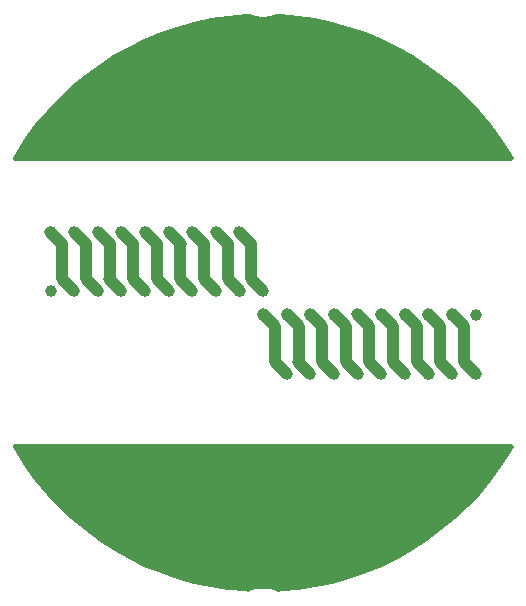
<source format=gbl>
G04*
G04 #@! TF.GenerationSoftware,Altium Limited,Altium Designer,21.1.1 (26)*
G04*
G04 Layer_Physical_Order=2*
G04 Layer_Color=16711680*
%FSLAX25Y25*%
%MOIN*%
G70*
G04*
G04 #@! TF.SameCoordinates,A007A2E6-7F3F-4EDA-8956-8A6C2462A32F*
G04*
G04*
G04 #@! TF.FilePolarity,Positive*
G04*
G01*
G75*
%ADD23C,0.03937*%
%ADD27C,0.01772*%
%ADD28O,0.03937X0.15748*%
G04:AMPARAMS|DCode=29|XSize=39.37mil|YSize=95.05mil|CornerRadius=0mil|HoleSize=0mil|Usage=FLASHONLY|Rotation=225.000|XOffset=0mil|YOffset=0mil|HoleType=Round|Shape=Round|*
%AMOVALD29*
21,1,0.05568,0.03937,0.00000,0.00000,315.0*
1,1,0.03937,-0.01968,0.01968*
1,1,0.03937,0.01968,-0.01968*
%
%ADD29OVALD29*%

G36*
X83026Y-47244D02*
X83522Y-48094D01*
X82514Y-49882D01*
X79352Y-54773D01*
X75900Y-59464D01*
X72171Y-63938D01*
X68179Y-68179D01*
X63938Y-72172D01*
X59464Y-75900D01*
X54772Y-79352D01*
X49881Y-82515D01*
X44808Y-85376D01*
X39572Y-87925D01*
X34191Y-90154D01*
X28685Y-92054D01*
X23075Y-93618D01*
X17380Y-94841D01*
X11622Y-95717D01*
X5822Y-96244D01*
X4946Y-96271D01*
X4586Y-96122D01*
X2322Y-95578D01*
X0Y-95395D01*
X-2322Y-95578D01*
X-4586Y-96122D01*
X-4946Y-96271D01*
X-5822Y-96244D01*
X-11622Y-95717D01*
X-17380Y-94841D01*
X-23075Y-93618D01*
X-28685Y-92054D01*
X-34191Y-90154D01*
X-39572Y-87925D01*
X-44808Y-85376D01*
X-49881Y-82515D01*
X-54772Y-79352D01*
X-59464Y-75900D01*
X-63938Y-72172D01*
X-68179Y-68179D01*
X-72171Y-63938D01*
X-75899Y-59464D01*
X-79351Y-54773D01*
X-82514Y-49882D01*
X-83522Y-48094D01*
X-83026Y-47244D01*
X83026Y-47244D01*
D02*
G37*
G36*
X5822Y96242D02*
X11622Y95715D01*
X17380Y94839D01*
X23075Y93617D01*
X28685Y92053D01*
X34191Y90153D01*
X39572Y87924D01*
X44808Y85374D01*
X49881Y82513D01*
X54772Y79351D01*
X59464Y75899D01*
X63938Y72170D01*
X68179Y68178D01*
X72171Y63937D01*
X75900Y59463D01*
X79352Y54772D01*
X82514Y49880D01*
X83521Y48094D01*
X83025Y47244D01*
X-83025D01*
X-83521Y48094D01*
X-82514Y49880D01*
X-79351Y54772D01*
X-75899Y59463D01*
X-72171Y63937D01*
X-68179Y68178D01*
X-63938Y72170D01*
X-59464Y75899D01*
X-54772Y79351D01*
X-49881Y82513D01*
X-44808Y85374D01*
X-39572Y87924D01*
X-34191Y90153D01*
X-28685Y92053D01*
X-23075Y93617D01*
X-17380Y94839D01*
X-11622Y95715D01*
X-5822Y96242D01*
X-4942Y96269D01*
X-4586Y96122D01*
X-2322Y95578D01*
X0Y95395D01*
X2322Y95578D01*
X4586Y96122D01*
X4942Y96269D01*
X5822Y96242D01*
D02*
G37*
D23*
X7874Y-23622D02*
D03*
X7874Y-3937D02*
D03*
X0Y-3937D02*
D03*
X15748Y-23622D02*
D03*
X15748Y-3937D02*
D03*
X23622Y-23622D02*
D03*
X23622Y-3937D02*
D03*
X31496Y-23622D02*
D03*
X31496Y-3937D02*
D03*
X39370Y-23622D02*
D03*
X39370Y-3937D02*
D03*
X47244Y-23622D02*
D03*
X47244Y-3937D02*
D03*
X55118Y-23622D02*
D03*
X55118Y-3937D02*
D03*
X62992Y-23622D02*
D03*
X62992Y-3937D02*
D03*
X70866Y-23622D02*
D03*
Y-3937D02*
D03*
X-7874Y23622D02*
D03*
X-7874Y3937D02*
D03*
X-0Y3937D02*
D03*
X-15748Y23622D02*
D03*
X-15748Y3937D02*
D03*
X-23622Y23622D02*
D03*
X-23622Y3937D02*
D03*
X-31496Y23622D02*
D03*
X-31496Y3937D02*
D03*
X-39370Y23622D02*
D03*
X-39370Y3937D02*
D03*
X-47244Y23622D02*
D03*
X-47244Y3937D02*
D03*
X-55118Y23622D02*
D03*
X-55118Y3937D02*
D03*
X-62992Y23622D02*
D03*
X-62992Y3937D02*
D03*
X-70866Y23622D02*
D03*
X-70866Y3937D02*
D03*
D27*
X77941Y54705D02*
D03*
X70067D02*
D03*
X62193Y70453D02*
D03*
X66130Y62579D02*
D03*
X62193Y54705D02*
D03*
X54319Y70453D02*
D03*
X58256Y62579D02*
D03*
X54319Y54705D02*
D03*
X50382Y78327D02*
D03*
X46445Y70453D02*
D03*
X50382Y62579D02*
D03*
X46445Y54705D02*
D03*
X38571Y86201D02*
D03*
X42508Y78327D02*
D03*
X38571Y70453D02*
D03*
X42508Y62579D02*
D03*
X38571Y54705D02*
D03*
X30697Y86201D02*
D03*
X34634Y78327D02*
D03*
X30697Y70453D02*
D03*
X34634Y62579D02*
D03*
X30697Y54705D02*
D03*
X22823Y86201D02*
D03*
X26760Y78327D02*
D03*
X22823Y70453D02*
D03*
X26760Y62579D02*
D03*
X22823Y54705D02*
D03*
X14949Y86201D02*
D03*
X18886Y78327D02*
D03*
X14949Y70453D02*
D03*
X18886Y62579D02*
D03*
X14949Y54705D02*
D03*
X7075Y86201D02*
D03*
X11012Y78327D02*
D03*
Y62579D02*
D03*
X7075Y54705D02*
D03*
X-799Y86201D02*
D03*
X-8673D02*
D03*
X-4736Y78327D02*
D03*
X-16547Y86201D02*
D03*
X-12610Y78327D02*
D03*
X-16547Y70453D02*
D03*
X-12610Y62579D02*
D03*
X-16547Y54705D02*
D03*
X-24421Y86201D02*
D03*
X-20484Y78327D02*
D03*
X-24421Y70453D02*
D03*
X-20484Y62579D02*
D03*
X-24421Y54705D02*
D03*
X-32295Y86201D02*
D03*
X-28358Y78327D02*
D03*
X-32295Y70453D02*
D03*
X-28358Y62579D02*
D03*
X-32295Y54705D02*
D03*
X-40169Y86201D02*
D03*
X-36232Y78327D02*
D03*
X-40169Y70453D02*
D03*
X-36232Y62579D02*
D03*
X-40169Y54705D02*
D03*
X-44106Y78327D02*
D03*
X-48043Y70453D02*
D03*
X-44106Y62579D02*
D03*
X-48043Y54705D02*
D03*
X-51980Y78327D02*
D03*
X-55917Y70453D02*
D03*
X-51980Y62579D02*
D03*
X-55917Y54705D02*
D03*
X-63791Y70453D02*
D03*
X-59854Y62579D02*
D03*
X-63791Y54705D02*
D03*
X-67728Y62579D02*
D03*
X-71665Y54705D02*
D03*
X74004Y-55531D02*
D03*
X70067Y-63405D02*
D03*
X66130Y-55531D02*
D03*
X62193Y-63405D02*
D03*
X58256Y-55531D02*
D03*
X54319Y-63405D02*
D03*
X58256Y-71279D02*
D03*
X50382Y-55531D02*
D03*
X46445Y-63405D02*
D03*
X50382Y-71279D02*
D03*
X46445Y-79153D02*
D03*
X42508Y-55531D02*
D03*
X38571Y-63405D02*
D03*
X42508Y-71279D02*
D03*
X38571Y-79153D02*
D03*
X34634Y-55531D02*
D03*
X30697Y-63405D02*
D03*
X34634Y-71279D02*
D03*
X30697Y-79153D02*
D03*
X34634Y-87027D02*
D03*
X26760Y-55531D02*
D03*
X22823Y-63405D02*
D03*
X26760Y-71279D02*
D03*
X22823Y-79153D02*
D03*
X26760Y-87027D02*
D03*
X18886Y-55531D02*
D03*
X14949Y-63405D02*
D03*
X18886Y-71279D02*
D03*
X14949Y-79153D02*
D03*
X18886Y-87027D02*
D03*
X7075Y-63405D02*
D03*
X11012Y-71279D02*
D03*
X7075Y-79153D02*
D03*
X11012Y-87027D02*
D03*
X7075Y-94902D02*
D03*
X3138Y-87027D02*
D03*
X-4736Y-55531D02*
D03*
X-8673Y-63405D02*
D03*
Y-79153D02*
D03*
X-4736Y-87027D02*
D03*
X-8673Y-94902D02*
D03*
X-12610Y-55531D02*
D03*
X-16547Y-63405D02*
D03*
X-12610Y-71279D02*
D03*
X-16547Y-79153D02*
D03*
X-12610Y-87027D02*
D03*
X-20484Y-55531D02*
D03*
X-24421Y-63405D02*
D03*
X-20484Y-71279D02*
D03*
X-24421Y-79153D02*
D03*
X-20484Y-87027D02*
D03*
X-28358Y-55531D02*
D03*
X-32295Y-63405D02*
D03*
X-28358Y-71279D02*
D03*
X-32295Y-79153D02*
D03*
X-28358Y-87027D02*
D03*
X-36232Y-55531D02*
D03*
X-40169Y-63405D02*
D03*
X-36232Y-71279D02*
D03*
X-40169Y-79153D02*
D03*
X-36232Y-87027D02*
D03*
X-44106Y-55531D02*
D03*
X-48043Y-63405D02*
D03*
X-44106Y-71279D02*
D03*
X-48043Y-79153D02*
D03*
X-51980Y-55531D02*
D03*
X-55917Y-63405D02*
D03*
X-51980Y-71279D02*
D03*
X-59854Y-55531D02*
D03*
X-63791Y-63405D02*
D03*
X-59854Y-71279D02*
D03*
X-67728Y-55531D02*
D03*
X-75602D02*
D03*
D28*
X3937Y-13780D02*
D03*
X11811Y-13780D02*
D03*
X19685Y-13780D02*
D03*
X27559Y-13780D02*
D03*
X35433Y-13780D02*
D03*
X43307Y-13780D02*
D03*
X51181Y-13780D02*
D03*
X59055Y-13780D02*
D03*
X66929Y-13780D02*
D03*
X-3937Y13780D02*
D03*
X-11811Y13780D02*
D03*
X-19685Y13780D02*
D03*
X-27559Y13780D02*
D03*
X-35433Y13780D02*
D03*
X-43307Y13780D02*
D03*
X-51181Y13780D02*
D03*
X-59055Y13780D02*
D03*
X-66929Y13780D02*
D03*
D29*
X5906Y-21654D02*
D03*
X1969Y-5906D02*
D03*
X13780Y-21654D02*
D03*
X9843Y-5906D02*
D03*
X21654Y-21654D02*
D03*
X17717Y-5906D02*
D03*
X29528Y-21654D02*
D03*
X25591Y-5906D02*
D03*
X37402Y-21654D02*
D03*
X33465Y-5906D02*
D03*
X45276Y-21654D02*
D03*
X41339Y-5906D02*
D03*
X53150Y-21654D02*
D03*
X49213Y-5905D02*
D03*
X61024Y-21654D02*
D03*
X57087Y-5906D02*
D03*
X68898Y-21654D02*
D03*
X64961Y-5906D02*
D03*
X-5906Y21654D02*
D03*
X-1968Y5906D02*
D03*
X-13780Y21654D02*
D03*
X-9842Y5906D02*
D03*
X-21654Y21654D02*
D03*
X-17717Y5906D02*
D03*
X-29528Y21654D02*
D03*
X-25591Y5906D02*
D03*
X-37402Y21654D02*
D03*
X-33465Y5906D02*
D03*
X-45276Y21654D02*
D03*
X-41339Y5906D02*
D03*
X-53150Y21654D02*
D03*
X-49213Y5906D02*
D03*
X-61024Y21654D02*
D03*
X-57087Y5906D02*
D03*
X-68898Y21654D02*
D03*
X-64961Y5906D02*
D03*
M02*

</source>
